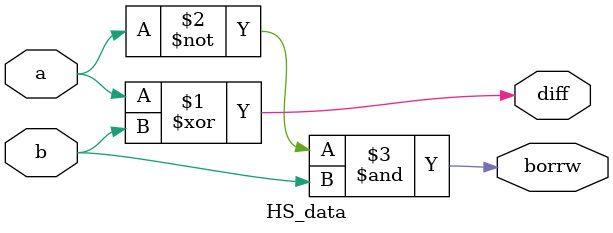
<source format=v>
`timescale 1ns / 1ps


module HS_data(a,b,diff,borrw);
input a,b;
output diff,borrw;

assign diff = a^b;
assign borrw = ~a&b;


endmodule

</source>
